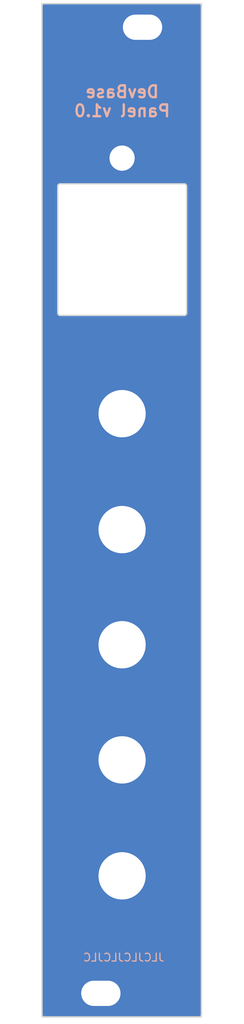
<source format=kicad_pcb>
(kicad_pcb (version 20221018) (generator pcbnew)
  (layers (0 "F.Cu" signal) (31 "B.Cu" signal) (34 "B.Paste" user) (35 "F.Paste" user) (36 "B.SilkS" user "B.Silkscreen") (37 "F.SilkS" user "F.Silkscreen") (38 "B.Mask" user) (39 "F.Mask" user) (44 "Edge.Cuts" user))
  (net 0 "")
  (footprint "kibuzzard-64246AB3" (layer "F.Cu") (at 59.4 145.3)
    (fp_text reference "kibuzzard-64246AB3" hide)
    (fp_text value "G***" hide)
  )
  (footprint "kibuzzard-63D64BC1" (layer "F.Cu") (at 59.4 101.4)
    (fp_text reference "kibuzzard-63D64BC1" hide)
    (fp_text value "G***" hide)
  )
  (footprint "Custom_Footprints:RJ45_Molex_42878-8506_Mounting_Hole" (layer "F.Cu") (at 59.4 72.1)
    (fp_text reference "RJ45" hide)
    (fp_text value "RJ45_Molex_42878-8506_Mounting_Hole")
    (fp_line (start -8.16 -8.02) (end -8.16 8.02) (stroke (width 0.12)) (layer "Edge.Cuts"))
    (fp_line (start 7.88 -8.32) (end -7.88 -8.32) (stroke (width 0.12)) (layer "Edge.Cuts"))
    (fp_line (start 7.88 8.32) (end -7.88 8.32) (stroke (width 0.12)) (layer "Edge.Cuts"))
    (fp_line (start 8.19 -8.02) (end 8.19 8.02) (stroke (width 0.12)) (layer "Edge.Cuts"))
    (fp_arc (start -8.16 -8.02) (mid -8.081443 -8.227347) (end -7.88 -8.32) (stroke (width 0.12)) (layer "Edge.Cuts"))
    (fp_arc (start -7.88 8.32) (mid -8.081749 8.227632) (end -8.16 8.02) (stroke (width 0.12)) (layer "Edge.Cuts"))
    (fp_arc (start 7.88 -8.32) (mid 8.096622 -8.233665) (end 8.19 -8.02) (stroke (width 0.12)) (layer "Edge.Cuts"))
    (fp_arc (start 8.19 8.02) (mid 8.100917 8.238111) (end 7.88 8.32) (stroke (width 0.12)) (layer "Edge.Cuts"))
  )
  (footprint "kibuzzard-63D64BB9" (layer "F.Cu") (at 59.4 86.7)
    (fp_text reference "kibuzzard-63D64BB9" hide)
    (fp_text value "G***" hide)
  )
  (footprint "Custom_Footprints:Thonkiconn_Socket_MountingHole_6mm" (layer "F.Cu") (at 59.4 122.2 180)
    (fp_text reference "Ref**" hide)
    (fp_text value "Thonkiconn_Socket_MountingHole_6mm")
    (pad "" np_thru_hole circle (at 0 0 180) (size 6 6) (drill 6) (layers "*.Cu" "*.Mask"))
  )
  (footprint "kibuzzard-63D64BC6" (layer "F.Cu") (at 59.4 116)
    (fp_text reference "kibuzzard-63D64BC6" hide)
    (fp_text value "G***" hide)
  )
  (footprint "Custom_Footprints:Oval_Mounting_Hole" (layer "F.Cu") (at 62 43.9)
    (fp_text reference "Ref**" hide)
    (fp_text value "Oval_Mounting_Hole" hide)
    (pad "" np_thru_hole oval locked (at 0 0) (size 5 3.2) (drill oval 5 3.2) (layers "*.Cu" "*.Mask"))
  )
  (footprint "Custom_Footprints:Thonkiconn_Socket_MountingHole_6mm" (layer "F.Cu") (at 59.4 151.5 180)
    (fp_text reference "Ref**" hide)
    (fp_text value "Thonkiconn_Socket_MountingHole_6mm")
    (pad "" np_thru_hole circle (at 0 0 180) (size 6 6) (drill 6) (layers "*.Cu" "*.Mask"))
  )
  (footprint "Custom_Footprints:Thonkiconn_Socket_MountingHole_6mm" (layer "F.Cu") (at 59.4 107.6 180)
    (fp_text reference "Ref**" hide)
    (fp_text value "Thonkiconn_Socket_MountingHole_6mm")
    (pad "" np_thru_hole circle (at 0 0 180) (size 6 6) (drill 6) (layers "*.Cu" "*.Mask"))
  )
  (footprint "MountingHole:MountingHole_3.2mm_M3_ISO14580" (layer "F.Cu") (at 59.4 60.5)
    (fp_text reference "H1" hide)
    (fp_text value "MountingHole")
    (pad "" np_thru_hole circle (at 0 0) (size 3.2 3.2) (drill 3.2) (layers "*.Cu" "*.Mask"))
  )
  (footprint "kibuzzard-63D64BCB" (layer "F.Cu") (at 59.4 130.6)
    (fp_text reference "kibuzzard-63D64BCB" hide)
    (fp_text value "G***" hide)
  )
  (footprint "Custom_Footprints:Thonkiconn_Socket_MountingHole_6mm" (layer "F.Cu") (at 59.4 136.8 180)
    (fp_text reference "Ref**" hide)
    (fp_text value "Thonkiconn_Socket_MountingHole_6mm")
    (pad "" np_thru_hole circle (at 0 0 180) (size 6 6) (drill 6) (layers "*.Cu" "*.Mask"))
  )
  (footprint "Custom_Footprints:Oval_Mounting_Hole" (layer "F.Cu") (at 56.7 166.4)
    (fp_text reference "Ref**" hide)
    (fp_text value "Oval_Mounting_Hole" hide)
    (pad "" np_thru_hole oval locked (at 0 0) (size 5 3.2) (drill oval 5 3.2) (layers "*.Cu" "*.Mask"))
  )
  (footprint "Custom_Footprints:Thonkiconn_Socket_MountingHole_6mm" (layer "F.Cu") (at 59.4 92.9 180)
    (fp_text reference "Ref**" hide)
    (fp_text value "Thonkiconn_Socket_MountingHole_6mm")
    (pad "" np_thru_hole circle (at 0 0 180) (size 6 6) (drill 6) (layers "*.Cu" "*.Mask"))
  )
  (gr_rect locked (start 49.2 40.9) (end 69.5 169.4) (stroke (width 0.15)) (fill none) (layer "Edge.Cuts"))
  (gr_text "DevBase\nPanel v1.0" (at 59.4 53.3) (layer "B.SilkS") (effects (font (size 1.5 1.5) (thickness 0.3)) (justify mirror)))
  (gr_text "JLCJLCJLCJLC" (at 59.6 161.85) (layer "B.SilkS") (effects (font (size 1 1)) (justify mirror)))
  (zone locked (net 0) (net_name "") (layers "F&B.Cu") (connect_pads (clearance 0.508)) (min_thickness 0.254) (fill yes (thermal_gap 0.508) (thermal_bridge_width 0.508) (island_removal_mode 1) (island_area_min 10))
    (polygon (pts (xy 47 40.45) (xy 71.5 40.45) (xy 71.5 170.3) (xy 47 170.3)))
  )
)
</source>
